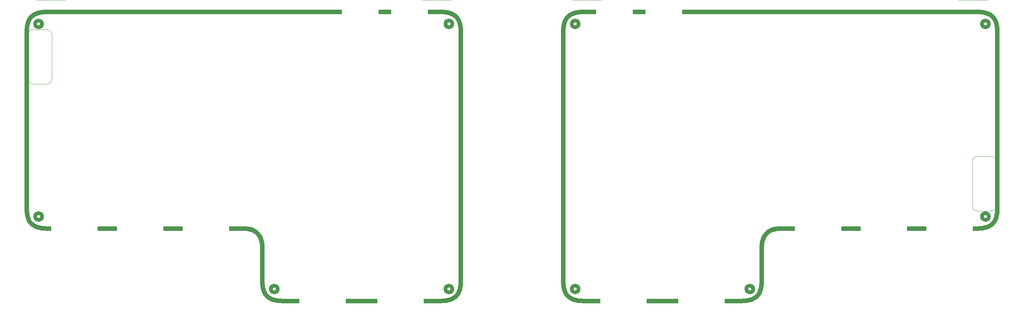
<source format=gto>
G04 #@! TF.GenerationSoftware,KiCad,Pcbnew,(6.0.11-0)*
G04 #@! TF.CreationDate,2023-02-19T21:32:44+08:00*
G04 #@! TF.ProjectId,3.1HeatingElement,332e3148-6561-4746-996e-67456c656d65,rev?*
G04 #@! TF.SameCoordinates,Original*
G04 #@! TF.FileFunction,Legend,Top*
G04 #@! TF.FilePolarity,Positive*
%FSLAX46Y46*%
G04 Gerber Fmt 4.6, Leading zero omitted, Abs format (unit mm)*
G04 Created by KiCad (PCBNEW (6.0.11-0)) date 2023-02-19 21:32:44*
%MOMM*%
%LPD*%
G01*
G04 APERTURE LIST*
G04 Aperture macros list*
%AMRoundRect*
0 Rectangle with rounded corners*
0 $1 Rounding radius*
0 $2 $3 $4 $5 $6 $7 $8 $9 X,Y pos of 4 corners*
0 Add a 4 corners polygon primitive as box body*
4,1,4,$2,$3,$4,$5,$6,$7,$8,$9,$2,$3,0*
0 Add four circle primitives for the rounded corners*
1,1,$1+$1,$2,$3*
1,1,$1+$1,$4,$5*
1,1,$1+$1,$6,$7*
1,1,$1+$1,$8,$9*
0 Add four rect primitives between the rounded corners*
20,1,$1+$1,$2,$3,$4,$5,0*
20,1,$1+$1,$4,$5,$6,$7,0*
20,1,$1+$1,$6,$7,$8,$9,0*
20,1,$1+$1,$8,$9,$2,$3,0*%
G04 Aperture macros list end*
%ADD10C,1.200000*%
%ADD11C,0.038100*%
%ADD12C,1.000000*%
%ADD13C,0.030000*%
%ADD14C,0.150000*%
%ADD15C,0.500000*%
%ADD16RoundRect,0.600000X-3.900000X2.400000X-3.900000X-2.400000X3.900000X-2.400000X3.900000X2.400000X0*%
%ADD17C,3.000000*%
G04 APERTURE END LIST*
D10*
X162237053Y-62305711D02*
X162000000Y-62728671D01*
D11*
X217069287Y-118170326D02*
X217029899Y-118180106D01*
X216990718Y-118190120D01*
X216951745Y-118200369D01*
X216912980Y-118210853D01*
X216874423Y-118221572D01*
X216836074Y-118232526D01*
X216797933Y-118243716D01*
X216760000Y-118255142D01*
X216722275Y-118266805D01*
X216684759Y-118278704D01*
X216659864Y-118286769D01*
D10*
X131833002Y-136075510D02*
X132157579Y-135949856D01*
X81623244Y-119326457D02*
X81716620Y-119478193D01*
X211222508Y-135949869D02*
X211351550Y-135892768D01*
X161531224Y-132483181D02*
X161633635Y-133043586D01*
X274748438Y-62305712D02*
X274476057Y-61922386D01*
X77377831Y-117399986D02*
X77506920Y-117399986D01*
X81886006Y-119806932D02*
X82001040Y-120079774D01*
X274165386Y-116248473D02*
X274216382Y-116197622D01*
D12*
X211380219Y-133300002D02*
G75*
G03*
X211380219Y-133300002I-900000J0D01*
G01*
D10*
X134487301Y-132396903D02*
X134498793Y-132302299D01*
X163298485Y-135655721D02*
X163721432Y-135892771D01*
X213563721Y-132302336D02*
X213608811Y-131796987D01*
X78602189Y-117488125D02*
X78839446Y-117532319D01*
X274070348Y-61516678D02*
X273687008Y-61244285D01*
X212199081Y-135346512D02*
X212252901Y-135298451D01*
X216310007Y-117776791D02*
X216467070Y-117718313D01*
X273687008Y-61244285D02*
X273264048Y-61007232D01*
X86430936Y-136372016D02*
X86525504Y-136383503D01*
X21667721Y-61776306D02*
X21616882Y-61827299D01*
X133362892Y-135123661D02*
X133413719Y-135072686D01*
X161442770Y-65858498D02*
X161442769Y-84353000D01*
X83172118Y-134594275D02*
X83444517Y-134977621D01*
X161790929Y-133639901D02*
X161817253Y-133717766D01*
X275351853Y-113993589D02*
X275454269Y-113433193D01*
X23871751Y-117209129D02*
X24432156Y-117311540D01*
X82377831Y-122270897D02*
X82377831Y-122399986D01*
X82935065Y-134171310D02*
X83172118Y-134594275D01*
X133362892Y-61776312D02*
X133301015Y-61714251D01*
X161942893Y-134042291D02*
X161999994Y-134171327D01*
X162594320Y-61827314D02*
X162546275Y-61881124D01*
X82245498Y-120938371D02*
X82289692Y-121175628D01*
X164321040Y-136124896D02*
X164849192Y-136259137D01*
X133413730Y-61827300D02*
X133362892Y-61776312D01*
G36*
X208238266Y-137050000D02*
G01*
X203909267Y-137050000D01*
X203909267Y-135850000D01*
X208238266Y-135850000D01*
X208238266Y-137050000D01*
G37*
G36*
X61491286Y-116799986D02*
G01*
X56413285Y-116799986D01*
X56413285Y-117999986D01*
X61491286Y-117999986D01*
X61491286Y-116799986D01*
G37*
G36*
X103283236Y-59849986D02*
G01*
X25857284Y-59849986D01*
X25857284Y-61049986D01*
X103283236Y-61049986D01*
X103283236Y-59849986D01*
G37*
X275168241Y-63182262D02*
X275042594Y-62857713D01*
X162873898Y-61553502D02*
X162820084Y-61601550D01*
X213552237Y-132396937D02*
X213563721Y-132302336D01*
X162237048Y-134594289D02*
X162509415Y-134977594D01*
X213630219Y-131041501D02*
X213630219Y-122400000D01*
X24613000Y-60516480D02*
X24518389Y-60527968D01*
X82877962Y-134042274D02*
X82935065Y-134171310D01*
X82349923Y-121680309D02*
X82363992Y-121857830D01*
X275521316Y-65103015D02*
X275476234Y-64597675D01*
X165409603Y-136361548D02*
X165495836Y-136372023D01*
X275454269Y-64416841D02*
X275351853Y-63856421D01*
X131158858Y-136259123D02*
X131687010Y-136124882D01*
X214192408Y-119658567D02*
X214291430Y-119478207D01*
X22743981Y-116842759D02*
X22873041Y-116899860D01*
X20656197Y-113993575D02*
X20790429Y-114521712D01*
X82377831Y-131041487D02*
X82399239Y-131796973D01*
X210751942Y-136124897D02*
X210820123Y-136101845D01*
D12*
X273292719Y-63600000D02*
G75*
G03*
X273292719Y-63600000I-900000J0D01*
G01*
D10*
X163850482Y-60950126D02*
X163721441Y-61007230D01*
X273264069Y-116842773D02*
X273686999Y-116605724D01*
X208221721Y-136450000D02*
X208977204Y-136428596D01*
X213948573Y-120236739D02*
X214007010Y-120079788D01*
X132709569Y-61244269D02*
X132286609Y-61007216D01*
X164849192Y-136259137D02*
X165409603Y-136361548D01*
X24518389Y-60527968D02*
X24432160Y-60538439D01*
X272732647Y-117051842D02*
X272810483Y-117025528D01*
X21616877Y-116022682D02*
X21667703Y-116073648D01*
X79970885Y-117891811D02*
X80119264Y-117962175D01*
X213630219Y-122400000D02*
X213630219Y-122270911D01*
X133498615Y-61922371D02*
X133461775Y-61881110D01*
X131686999Y-60775087D02*
X131158859Y-60640852D01*
X24518411Y-117322015D02*
X24613013Y-117333504D01*
X215130728Y-118463005D02*
X215336721Y-118304967D01*
G36*
X183084814Y-61050000D02*
G01*
X179724814Y-61050000D01*
X179724814Y-59850002D01*
X183084814Y-59850002D01*
X183084814Y-61050000D01*
G37*
X77919987Y-117413825D02*
X78097508Y-117427894D01*
X23275403Y-117051828D02*
X23343618Y-117074895D01*
G36*
X222316763Y-118000000D02*
G01*
X218687764Y-118000000D01*
X218687764Y-116800000D01*
X222316763Y-116800000D01*
X222316763Y-118000000D01*
G37*
X20965459Y-114992280D02*
X21022566Y-115121325D01*
G36*
X270050767Y-118000000D02*
G01*
X269072766Y-118000000D01*
X269072766Y-116800000D01*
X270050767Y-116800000D01*
X270050767Y-118000000D01*
G37*
X274439224Y-61881132D02*
X274391168Y-61827313D01*
X275476224Y-113252345D02*
X275521313Y-112746990D01*
X134217121Y-133639887D02*
X134240194Y-133571677D01*
X20553781Y-113433179D02*
X20656197Y-113993575D01*
G36*
X26935284Y-116799986D02*
G01*
X25957283Y-116799986D01*
X25957283Y-117999986D01*
X26935284Y-117999986D01*
X26935284Y-116799986D01*
G37*
X271575894Y-117311554D02*
X272136299Y-117209143D01*
X134498789Y-64597659D02*
X134487301Y-64503054D01*
X24432156Y-117311540D02*
X24518411Y-117322015D01*
X134543876Y-65103002D02*
X134498789Y-64597659D01*
X166095792Y-136428593D02*
X166851268Y-136450000D01*
X166851268Y-60450000D02*
X166095786Y-60471404D01*
X133301015Y-61714251D02*
X133238958Y-61652377D01*
G36*
X170084814Y-61050000D02*
G01*
X166850816Y-61050000D01*
X166850816Y-59850002D01*
X170084814Y-59850002D01*
X170084814Y-61050000D01*
G37*
X21937707Y-116333320D02*
X22321051Y-116605710D01*
X24613013Y-117333504D02*
X25118352Y-117378594D01*
X25873829Y-60449986D02*
X25118345Y-60471392D01*
D13*
X270223718Y-98449026D02*
G75*
G03*
X268973726Y-99699002I-18J-1249974D01*
G01*
D10*
X133770997Y-62305697D02*
X133498615Y-61922371D01*
X214007010Y-120079788D02*
X214122044Y-119806946D01*
X86344686Y-136361536D02*
X86430936Y-136372016D01*
X164252874Y-136101849D02*
X164321040Y-136124896D01*
X272810483Y-117025528D02*
X273135009Y-116899874D01*
X21937702Y-61516664D02*
X21896447Y-61553494D01*
X20839808Y-114667720D02*
X20965459Y-114992280D01*
X164175019Y-60824480D02*
X163850482Y-60950126D01*
X164252851Y-60798162D02*
X164175019Y-60824480D01*
X162769087Y-135247603D02*
X162820093Y-135298456D01*
X215006778Y-118574913D02*
X215130728Y-118463005D01*
X129912264Y-60471390D02*
X129156782Y-60449986D01*
X21022566Y-115121325D02*
X21259613Y-115544284D01*
X134565281Y-93496986D02*
X134565281Y-84352986D01*
X274216397Y-61652391D02*
X274165398Y-61601543D01*
X162546275Y-61881124D02*
X162509435Y-61922385D01*
X214535186Y-119106502D02*
X214693215Y-118900520D01*
X22873041Y-116899860D02*
X23197567Y-117025514D01*
X134476829Y-64416812D02*
X134374414Y-63856407D01*
X20839809Y-63182248D02*
X20813488Y-63260076D01*
X273135009Y-116899874D02*
X273264069Y-116842773D01*
X212427810Y-135123697D02*
X212478674Y-135072678D01*
X82001040Y-120079774D02*
X82059477Y-120236725D01*
D12*
X132307231Y-63599990D02*
G75*
G03*
X132307231Y-63599990I-900000J0D01*
G01*
D10*
X21791668Y-116197608D02*
X21842664Y-116248459D01*
X212365943Y-135185750D02*
X212427810Y-135123697D01*
X78427450Y-117463739D02*
X78602189Y-117488125D01*
X82191191Y-120699962D02*
X82245498Y-120938371D01*
X209482546Y-136383517D02*
X209577114Y-136372030D01*
X161999994Y-134171327D02*
X162237048Y-134594289D01*
X217910542Y-117427908D02*
X218088063Y-117413839D01*
X20656197Y-63856407D02*
X20553781Y-64416827D01*
X21022560Y-62728659D02*
X20965456Y-62857699D01*
X82752313Y-133717734D02*
X82877962Y-134042274D01*
X217168604Y-117532333D02*
X217405861Y-117488139D01*
X81102095Y-118675722D02*
X81203012Y-118776639D01*
X20486737Y-112746976D02*
X20531826Y-113252331D01*
X218088063Y-117413839D02*
X218156243Y-117410451D01*
X163721441Y-61007230D02*
X163298481Y-61244283D01*
X21616882Y-61827299D02*
X21568826Y-61881118D01*
X274985484Y-115121339D02*
X275042591Y-114992294D01*
G36*
X116283236Y-59849988D02*
G01*
X112923236Y-59849988D01*
X112923236Y-61049986D01*
X116283236Y-61049986D01*
X116283236Y-59849988D01*
G37*
X83529376Y-135072664D02*
X83580240Y-135123683D01*
X133134152Y-61553488D02*
X133092895Y-61516651D01*
X213282052Y-133639928D02*
X213305111Y-133571733D01*
X209577114Y-136372030D02*
X209663364Y-136361550D01*
X21667703Y-116073648D02*
X21729589Y-116135716D01*
X161633636Y-63856421D02*
X161531221Y-64416826D01*
X275454269Y-113433193D02*
X275464738Y-113346952D01*
X23871751Y-60640856D02*
X23343600Y-60775093D01*
X82146157Y-120519001D02*
X82191191Y-120699962D01*
X20543304Y-64503080D02*
X20531816Y-64597661D01*
X22321051Y-116605710D02*
X22743981Y-116842759D01*
X215336721Y-118304967D02*
X215488731Y-118199809D01*
X23197582Y-60824467D02*
X22873041Y-60950115D01*
X213072985Y-134171324D02*
X213130088Y-134042288D01*
X275168242Y-114667734D02*
X275194567Y-114589902D01*
X210223797Y-136259131D02*
X210751942Y-136124897D01*
X162915155Y-61516665D02*
X162873898Y-61553502D01*
X162707030Y-135185734D02*
X162769087Y-135247603D01*
X83755149Y-135298437D02*
X83808969Y-135346498D01*
X133771002Y-134594275D02*
X134008056Y-134171313D01*
X214805038Y-118776653D02*
X214905955Y-118675736D01*
X134374414Y-63856407D02*
X134240179Y-63328267D01*
X133461775Y-61881110D02*
X133413730Y-61827300D01*
G36*
X77320286Y-116799986D02*
G01*
X73691287Y-116799986D01*
X73691287Y-117999986D01*
X77320286Y-117999986D01*
X77320286Y-116799986D01*
G37*
X131687010Y-136124882D02*
X131755176Y-136101835D01*
G36*
X92098783Y-135849986D02*
G01*
X87769784Y-135849986D01*
X87769784Y-137049986D01*
X92098783Y-137049986D01*
X92098783Y-135849986D01*
G37*
X80119264Y-117962175D02*
X80299624Y-118061197D01*
X214430028Y-119258512D02*
X214535186Y-119106502D01*
X82314078Y-121350367D02*
X82349923Y-121680309D01*
X82725998Y-133639914D02*
X82752313Y-133717734D01*
X79540980Y-117718299D02*
X79698043Y-117776777D01*
G36*
X171180267Y-137050000D02*
G01*
X166851268Y-137050000D01*
X166851268Y-135850000D01*
X171180267Y-135850000D01*
X171180267Y-137050000D01*
G37*
X162707035Y-61714265D02*
X162645158Y-61776326D01*
X77506920Y-117399986D02*
X77851807Y-117410437D01*
X214693215Y-118900520D02*
X214805038Y-118776653D01*
X161817250Y-63182249D02*
X161790932Y-63260081D01*
X275042594Y-62857713D02*
X274985490Y-62728673D01*
X272136299Y-117209143D02*
X272664432Y-117074909D01*
X131755199Y-60798148D02*
X131686999Y-60775087D01*
X165590443Y-60516491D02*
X165495838Y-60527979D01*
X164321051Y-60775101D02*
X164252851Y-60798162D01*
X132286609Y-61007216D02*
X132157568Y-60950112D01*
X213630219Y-122270911D02*
X213640670Y-121926024D01*
D13*
X268973726Y-99699002D02*
X268973724Y-111524999D01*
D10*
X210820123Y-136101845D02*
X210897942Y-136075524D01*
X134543873Y-131796969D02*
X134565281Y-131041487D01*
X271395037Y-117333518D02*
X271489639Y-117322029D01*
X134565281Y-131041487D02*
X134565281Y-93496986D01*
X273135009Y-60950129D02*
X272810468Y-60824481D01*
X20486734Y-65103001D02*
X20465331Y-65858483D01*
X25118345Y-60471392D02*
X24613000Y-60516480D01*
X78097508Y-117427894D02*
X78427450Y-117463739D01*
X130512214Y-136372009D02*
X130598447Y-136361534D01*
X274278465Y-61714274D02*
X274216397Y-61652391D01*
X81001272Y-118574899D02*
X81102095Y-118675722D01*
X213255737Y-133717748D02*
X213282052Y-133639928D01*
D13*
X27049184Y-66325017D02*
G75*
G03*
X25799233Y-65075016I-1250084J-83D01*
G01*
G36*
X129149184Y-59850002D02*
G01*
X125915186Y-59850002D01*
X125915186Y-61050000D01*
X129149184Y-61050000D01*
X129149184Y-59850002D01*
G37*
D10*
X132157568Y-60950112D02*
X131833031Y-60824466D01*
X82289692Y-121175628D02*
X82314078Y-121350367D01*
X21842664Y-116248459D02*
X21896461Y-116296495D01*
X82367380Y-121926010D02*
X82377831Y-122270897D01*
X165409596Y-60538451D02*
X164849191Y-60640866D01*
D13*
X268973800Y-111524999D02*
G75*
G03*
X270223727Y-112775000I1250100J99D01*
G01*
X270223727Y-112775000D02*
X273892718Y-112774999D01*
D10*
X134487301Y-64503054D02*
X134476829Y-64416812D01*
D13*
X25799242Y-79401014D02*
G75*
G03*
X27049234Y-78151014I8J1249984D01*
G01*
D10*
X211351550Y-135892768D02*
X211774507Y-135655718D01*
X215708426Y-118061211D02*
X215888786Y-117962189D01*
X215488731Y-118199809D02*
X215556690Y-118154587D01*
X214384806Y-119326471D02*
X214430028Y-119258512D01*
X21842652Y-61601529D02*
X21791653Y-61652377D01*
X23275407Y-60798150D02*
X23197582Y-60824467D01*
X21568850Y-115968881D02*
X21616877Y-116022682D01*
X272136299Y-60640870D02*
X271575890Y-60538453D01*
X161520749Y-132396917D02*
X161531224Y-132483181D01*
X81472864Y-119106488D02*
X81578022Y-119258498D01*
D12*
X165492762Y-133300001D02*
G75*
G03*
X165492762Y-133300001I-900000J0D01*
G01*
D10*
X20790429Y-114521712D02*
X20813483Y-114589888D01*
X133238963Y-135247589D02*
X133301020Y-135185720D01*
X82455813Y-132396923D02*
X82466286Y-132483145D01*
X274070343Y-116333334D02*
X274111589Y-116296509D01*
X77851807Y-117410437D02*
X77919987Y-117413825D01*
X213658127Y-121680323D02*
X213693972Y-121350381D01*
X161442769Y-84353000D02*
X161442769Y-93497000D01*
X133461776Y-135018855D02*
X133498635Y-134977580D01*
D13*
X20880237Y-66325019D02*
X20880235Y-78151014D01*
D10*
X270134226Y-117400000D02*
X270889698Y-117378608D01*
X79078008Y-117586661D02*
X79258495Y-117631677D01*
X161633635Y-133043586D02*
X161767856Y-133571691D01*
X20465331Y-111991488D02*
X20486737Y-112746976D01*
G36*
X256872765Y-118000000D02*
G01*
X251794764Y-118000000D01*
X251794764Y-116800000D01*
X256872765Y-116800000D01*
X256872765Y-118000000D01*
G37*
X134240179Y-63328267D02*
X134217118Y-63260067D01*
X83580240Y-135123683D02*
X83642107Y-135185736D01*
X161531221Y-64416826D02*
X161520749Y-64503068D01*
X274748437Y-115544298D02*
X274985484Y-115121339D01*
X21568826Y-61881118D02*
X21531993Y-61922372D01*
X274985490Y-62728673D02*
X274748438Y-62305712D01*
X78839446Y-117532319D02*
X79078008Y-117586661D01*
X274340347Y-116073662D02*
X274391173Y-116022696D01*
X275217618Y-63328279D02*
X275194562Y-63260090D01*
X81314835Y-118900506D02*
X81472864Y-119106488D01*
X21729589Y-116135716D02*
X21791668Y-116197608D01*
X132286618Y-135892757D02*
X132709565Y-135655707D01*
X133134157Y-135346483D02*
X133187957Y-135298442D01*
X162873893Y-135346497D02*
X162915142Y-135383322D01*
X161767871Y-63328281D02*
X161633636Y-63856421D01*
X133301020Y-135185720D02*
X133362892Y-135123661D01*
X83850215Y-135383323D02*
X84233543Y-135655704D01*
X213305111Y-133571733D02*
X213439345Y-133043580D01*
X130598454Y-60538437D02*
X130512212Y-60527965D01*
X83704140Y-135247587D02*
X83755149Y-135298437D01*
X270889698Y-117378608D02*
X271395037Y-117333518D01*
X273686999Y-116605724D02*
X274070343Y-116333334D01*
X82702939Y-133571719D02*
X82725998Y-133639914D01*
X22873041Y-60950115D02*
X22744002Y-61007218D01*
G36*
X112627782Y-135849986D02*
G01*
X104298783Y-135849986D01*
X104298783Y-137049986D01*
X112627782Y-137049986D01*
X112627782Y-135849986D01*
G37*
X80519319Y-118199795D02*
X80671329Y-118304953D01*
D12*
X86419781Y-133300002D02*
G75*
G03*
X86419781Y-133300002I-900000J0D01*
G01*
D10*
X164175048Y-136075524D02*
X164252874Y-136101849D01*
X23343600Y-60775093D02*
X23275407Y-60798150D01*
X213861893Y-120519015D02*
X213948573Y-120236739D01*
X162820093Y-135298456D02*
X162873893Y-135346497D01*
X275351853Y-63856421D02*
X275217618Y-63328279D01*
X134065157Y-134042277D02*
X134190797Y-133717752D01*
X217405861Y-117488139D02*
X217580600Y-117463753D01*
X21259612Y-62305698D02*
X21022560Y-62728659D01*
X214905955Y-118675736D02*
X215006778Y-118574913D01*
X161790932Y-63260081D02*
X161767871Y-63328281D01*
X129156782Y-136449986D02*
X129912258Y-136428579D01*
X134217118Y-63260067D02*
X134190800Y-63182235D01*
X163298481Y-61244283D02*
X162915155Y-61516665D01*
X131158859Y-60640852D02*
X130598454Y-60538437D01*
X130598447Y-136361534D02*
X131158858Y-136259123D01*
X132709565Y-135655707D02*
X133092908Y-135383308D01*
D12*
X24507281Y-114250002D02*
G75*
G03*
X24507281Y-114250002I-900000J0D01*
G01*
D10*
X275194562Y-63260090D02*
X275168241Y-63182262D01*
X212563533Y-134977635D02*
X212835932Y-134594289D01*
X79258495Y-117631677D02*
X79540980Y-117718299D01*
X20531826Y-113252331D02*
X20543312Y-113346938D01*
X161464177Y-131796983D02*
X161509257Y-132302313D01*
X162915142Y-135383322D02*
X163298485Y-135655721D01*
D13*
X22130240Y-79401015D02*
X25799242Y-79401013D01*
D10*
X274391168Y-61827313D02*
X274340329Y-61776320D01*
X272664450Y-60775107D02*
X272136299Y-60640870D01*
X134565281Y-84352986D02*
X134565280Y-65858484D01*
X21531994Y-115927605D02*
X21568850Y-115968881D01*
D13*
X27049234Y-78151014D02*
X27049236Y-66325017D01*
D10*
X274340329Y-61776320D02*
X274278465Y-61714274D01*
X133498635Y-134977580D02*
X133771002Y-134594275D01*
X162594331Y-135072700D02*
X162645158Y-135123675D01*
X212303910Y-135247601D02*
X212365943Y-135185750D01*
X134065154Y-62857698D02*
X134008050Y-62728657D01*
X85784253Y-136259117D02*
X86344686Y-136361536D01*
D12*
X24507281Y-63600000D02*
G75*
G03*
X24507281Y-63600000I-900000J0D01*
G01*
D10*
X82363992Y-121857830D02*
X82367380Y-121926010D01*
X130512212Y-60527965D02*
X130417607Y-60516477D01*
X274391173Y-116022696D02*
X274439200Y-115968895D01*
X274216382Y-116197622D02*
X274278461Y-116135730D01*
X134190800Y-63182235D02*
X134065154Y-62857698D01*
X161767856Y-133571691D02*
X161790929Y-133639901D01*
X216037165Y-117891825D02*
X216310007Y-117776791D01*
X20543312Y-113346938D02*
X20553781Y-113433179D01*
X216930042Y-117586675D02*
X217168604Y-117532333D01*
X87030846Y-136428582D02*
X87786329Y-136449986D01*
X272810468Y-60824481D02*
X272732643Y-60798164D01*
X271575890Y-60538453D02*
X271489661Y-60527982D01*
X275464738Y-113346952D02*
X275476224Y-113252345D01*
D12*
X132307238Y-133300001D02*
G75*
G03*
X132307238Y-133300001I-900000J0D01*
G01*
D10*
X162509435Y-61922385D02*
X162237053Y-62305711D01*
X274476057Y-61922386D02*
X274439224Y-61881132D01*
X213718358Y-121175642D02*
X213762552Y-120938385D01*
X21259613Y-115544284D02*
X21531994Y-115927605D01*
X82399239Y-131796973D02*
X82444329Y-132302322D01*
X211774507Y-135655718D02*
X212157835Y-135383337D01*
G36*
X270150766Y-61050000D02*
G01*
X192724814Y-61050000D01*
X192724814Y-59850000D01*
X270150766Y-59850000D01*
X270150766Y-61050000D01*
G37*
X20553781Y-64416827D02*
X20543304Y-64503080D01*
X84785542Y-135949855D02*
X85110108Y-136075510D01*
X214291430Y-119478207D02*
X214384806Y-119326471D01*
X162645158Y-135123675D02*
X162707030Y-135185734D01*
X134008050Y-62728657D02*
X133770997Y-62305697D01*
X81815642Y-119658553D02*
X81886006Y-119806932D01*
X133238958Y-61652377D02*
X133187966Y-61601536D01*
X20965456Y-62857699D02*
X20839809Y-63182248D01*
X131755176Y-136101835D02*
X131833002Y-136075510D01*
X213541764Y-132483159D02*
X213552237Y-132396937D01*
X161509261Y-64597673D02*
X161464174Y-65103016D01*
X161520749Y-64503068D02*
X161509261Y-64597673D01*
X274111589Y-116296509D02*
X274165386Y-116248473D01*
X161442769Y-131041501D02*
X161464177Y-131796983D01*
X274111603Y-61553508D02*
X274070348Y-61516678D01*
X215556690Y-118154587D02*
X215708426Y-118061211D01*
X275042591Y-114992294D02*
X275168242Y-114667734D01*
X162769092Y-61652391D02*
X162707035Y-61714265D01*
X275542719Y-65858497D02*
X275521316Y-65103015D01*
X275217621Y-114521726D02*
X275351853Y-113993589D01*
X161464174Y-65103016D02*
X161442770Y-65858498D01*
X80671329Y-118304953D02*
X80877322Y-118462991D01*
X216467070Y-117718313D02*
X216749555Y-117631691D01*
X161942896Y-62857712D02*
X161817250Y-63182249D01*
X80877322Y-118462991D02*
X81001272Y-118574899D01*
X275476234Y-64597675D02*
X275464746Y-64503094D01*
X21896447Y-61553494D02*
X21842652Y-61601529D01*
X208977204Y-136428596D02*
X209482546Y-136383517D01*
X161817253Y-133717766D02*
X161942893Y-134042291D01*
X162645158Y-61776326D02*
X162594320Y-61827314D01*
X134565280Y-65858484D02*
X134543876Y-65103002D01*
X212478674Y-135072678D02*
X212526708Y-135018886D01*
X82377831Y-122399986D02*
X82377831Y-131041487D01*
D13*
X273892718Y-112775023D02*
G75*
G03*
X275142723Y-111524997I-18J1250023D01*
G01*
D10*
X134476826Y-132483167D02*
X134487301Y-132396903D01*
X23343618Y-117074895D02*
X23871751Y-117209129D01*
D13*
X275142723Y-111524997D02*
X275142725Y-99699002D01*
D10*
X274278461Y-116135730D02*
X274340347Y-116073662D01*
X21531993Y-61922372D02*
X21259612Y-62305698D01*
X162546274Y-135018869D02*
X162594331Y-135072700D01*
X213130088Y-134042288D02*
X213255737Y-133717748D01*
X165495836Y-136372023D02*
X165590425Y-136383503D01*
X80451360Y-118154573D02*
X80519319Y-118199795D01*
X134240194Y-133571677D02*
X134374415Y-133043572D01*
X134008056Y-134171313D02*
X134065157Y-134042277D01*
X275464746Y-64503094D02*
X275454269Y-64416841D01*
X85256108Y-136124883D02*
X85784253Y-136259117D01*
X22744002Y-61007218D02*
X22321042Y-61244271D01*
X82466286Y-132483145D02*
X82568705Y-133043566D01*
X81578022Y-119258498D02*
X81623244Y-119326457D01*
X82568705Y-133043566D02*
X82702939Y-133571719D01*
X25118352Y-117378594D02*
X25873824Y-117399986D01*
X165590425Y-136383503D02*
X166095792Y-136428593D01*
X164849191Y-60640866D02*
X164321051Y-60775101D01*
X21896461Y-116296495D02*
X21937707Y-116333320D01*
X86525504Y-136383503D02*
X87030846Y-136428582D01*
X272732643Y-60798164D02*
X272664450Y-60775107D01*
X212252901Y-135298451D02*
X212303910Y-135247601D01*
X23197567Y-117025514D02*
X23275403Y-117051828D01*
X271489639Y-117322029D02*
X271575894Y-117311554D01*
X163721432Y-135892771D02*
X163850471Y-135949870D01*
X210897942Y-136075524D02*
X211222508Y-135949869D01*
X20531816Y-64597661D02*
X20486734Y-65103001D01*
X161509257Y-132302313D02*
X161520749Y-132396917D01*
X133092895Y-61516651D02*
X132709569Y-61244269D01*
X213762552Y-120938385D02*
X213816859Y-120699976D01*
X218156243Y-117410451D02*
X218501130Y-117400000D01*
X134374415Y-133043572D02*
X134476826Y-132483167D01*
X134190797Y-133717752D02*
X134217121Y-133639887D01*
X212157835Y-135383337D02*
X212199081Y-135346512D01*
X163850471Y-135949870D02*
X164175048Y-136075524D01*
X24432160Y-60538439D02*
X23871751Y-60640856D01*
X133413719Y-135072686D02*
X133461776Y-135018855D01*
D13*
X273892720Y-98449001D02*
X270223718Y-98449003D01*
D10*
X270889705Y-60471406D02*
X270134221Y-60450000D01*
X20813483Y-114589888D02*
X20839808Y-114667720D01*
X271489661Y-60527982D02*
X271395050Y-60516494D01*
X162820084Y-61601550D02*
X162769092Y-61652391D01*
D12*
X165492769Y-63599990D02*
G75*
G03*
X165492769Y-63599990I-900000J0D01*
G01*
D10*
X133187966Y-61601536D02*
X133134152Y-61553488D01*
X80299624Y-118061197D02*
X80451360Y-118154573D01*
X81203012Y-118776639D02*
X81314835Y-118900506D01*
X20790432Y-63328265D02*
X20656197Y-63856407D01*
X209663364Y-136361550D02*
X210223797Y-136259131D01*
G36*
X191709267Y-137050000D02*
G01*
X183380268Y-137050000D01*
X183380268Y-135850000D01*
X191709267Y-135850000D01*
X191709267Y-137050000D01*
G37*
X275194567Y-114589902D02*
X275217621Y-114521726D01*
X85110108Y-136075510D02*
X85187927Y-136101831D01*
X213644058Y-121857844D02*
X213658127Y-121680323D01*
X22321042Y-61244271D02*
X21937702Y-61516664D01*
D13*
X275142699Y-99699002D02*
G75*
G03*
X273892720Y-98449001I-1249899J102D01*
G01*
D10*
X21729585Y-61714260D02*
X21667721Y-61776306D01*
D12*
X273292719Y-114250002D02*
G75*
G03*
X273292719Y-114250002I-900000J0D01*
G01*
G36*
X44213286Y-116799986D02*
G01*
X39135285Y-116799986D01*
X39135285Y-117999986D01*
X44213286Y-117999986D01*
X44213286Y-116799986D01*
G37*
D10*
X133187957Y-135298442D02*
X133238963Y-135247589D01*
X274476056Y-115927619D02*
X274748437Y-115544298D01*
X84233543Y-135655704D02*
X84656500Y-135892754D01*
X134498793Y-132302299D02*
X134543873Y-131796969D01*
X83444517Y-134977621D02*
X83481342Y-135018872D01*
X213693972Y-121350381D02*
X213718358Y-121175642D01*
X213439345Y-133043580D02*
X213541764Y-132483159D01*
X213608811Y-131796987D02*
X213630219Y-131041501D01*
D13*
X25799233Y-65075016D02*
X22130242Y-65075017D01*
D11*
X78938763Y-118170312D02*
X78978150Y-118180092D01*
X79017331Y-118190106D01*
X79056304Y-118200355D01*
X79095069Y-118210839D01*
X79133626Y-118221558D01*
X79171975Y-118232512D01*
X79210116Y-118243702D01*
X79248049Y-118255128D01*
X79285774Y-118266791D01*
X79323290Y-118278690D01*
X79348186Y-118286755D01*
D10*
X79698043Y-117776777D02*
X79970885Y-117891811D01*
X275542719Y-111991502D02*
X275542719Y-65858497D01*
X165495838Y-60527979D02*
X165409596Y-60538451D01*
X274439200Y-115968895D02*
X274476056Y-115927619D01*
X162509415Y-134977594D02*
X162546274Y-135018869D01*
X162000000Y-62728671D02*
X161942896Y-62857712D01*
X132157579Y-135949856D02*
X132286618Y-135892757D01*
X275521313Y-112746990D02*
X275542719Y-111991502D01*
X213640670Y-121926024D02*
X213644058Y-121857844D01*
D13*
X22130242Y-65075017D02*
G75*
G03*
X20880237Y-66325019I8J-1250013D01*
G01*
D10*
X83642107Y-135185736D02*
X83704140Y-135247587D01*
D13*
X20880185Y-78151014D02*
G75*
G03*
X22130240Y-79401015I1249915J-86D01*
G01*
D10*
X218501130Y-117400000D02*
X218630219Y-117400000D01*
X161442769Y-93497000D02*
X161442769Y-131041501D01*
X131833031Y-60824466D02*
X131755199Y-60798148D01*
G36*
X239594765Y-118000000D02*
G01*
X234516764Y-118000000D01*
X234516764Y-116800000D01*
X239594765Y-116800000D01*
X239594765Y-118000000D01*
G37*
X83481342Y-135018872D02*
X83529376Y-135072664D01*
X129912258Y-136428579D02*
X130417625Y-136383489D01*
X216749555Y-117631691D02*
X216930042Y-117586675D01*
X130417625Y-136383489D02*
X130512214Y-136372009D01*
X273264048Y-61007232D02*
X273135009Y-60950129D01*
G36*
X129156782Y-135849986D02*
G01*
X124827783Y-135849986D01*
X124827783Y-137049986D01*
X129156782Y-137049986D01*
X129156782Y-135849986D01*
G37*
X212835932Y-134594289D02*
X213072985Y-134171324D01*
X133092908Y-135383308D02*
X133134157Y-135346483D01*
X81716620Y-119478193D02*
X81815642Y-119658553D01*
X217580600Y-117463753D02*
X217910542Y-117427908D01*
X82444329Y-132302322D02*
X82455813Y-132396923D01*
X212526708Y-135018886D02*
X212563533Y-134977635D01*
X272664432Y-117074909D02*
X272732647Y-117051842D01*
X83808969Y-135346498D02*
X83850215Y-135383323D01*
X271395050Y-60516494D02*
X270889705Y-60471406D01*
X213816859Y-120699976D02*
X213861893Y-120519015D01*
X274165398Y-61601543D02*
X274111603Y-61553508D01*
X20813488Y-63260076D02*
X20790432Y-63328265D01*
X166095786Y-60471404D02*
X165590443Y-60516491D01*
X85187927Y-136101831D02*
X85256108Y-136124883D01*
X20465331Y-65858483D02*
X20465331Y-111991488D01*
X214122044Y-119806946D02*
X214192408Y-119658567D01*
X21791653Y-61652377D02*
X21729585Y-61714260D01*
X130417607Y-60516477D02*
X129912264Y-60471390D01*
X215888786Y-117962189D02*
X216037165Y-117891825D01*
X82059477Y-120236725D02*
X82146157Y-120519001D01*
X84656500Y-135892754D02*
X84785542Y-135949855D01*
D14*
%LPC*%
D15*
X147025000Y-79000000D03*
X148975000Y-77400000D03*
X147025000Y-112000000D03*
X147025000Y-113600000D03*
X148975000Y-80600000D03*
X148975000Y-126350000D03*
D16*
X128200000Y-54400000D03*
D15*
X148975000Y-114400000D03*
X147025000Y-111200000D03*
X148975000Y-127150000D03*
D17*
X14000000Y-143000000D03*
X141000000Y-53000000D03*
D15*
X147025000Y-127950000D03*
X147025000Y-127150000D03*
X148975000Y-115200000D03*
X148975000Y-74200000D03*
X147025000Y-114400000D03*
X147025000Y-73400000D03*
X148975000Y-127950000D03*
X148975000Y-68650000D03*
X148975000Y-123950000D03*
X148975000Y-78200000D03*
X147025000Y-118350000D03*
X148975000Y-115950000D03*
X147025000Y-81400000D03*
X147025000Y-78200000D03*
X148975000Y-73400000D03*
D16*
X167800000Y-54400000D03*
D15*
X147025000Y-83000000D03*
X147025000Y-79800000D03*
X147025000Y-70250000D03*
X147025000Y-71050000D03*
X147025000Y-122350000D03*
X147025000Y-120750000D03*
D17*
X14000000Y-53000000D03*
D15*
X147025000Y-115950000D03*
X147025000Y-119950000D03*
X147025000Y-124750000D03*
X148975000Y-75800000D03*
X147025000Y-83800000D03*
X148975000Y-119950000D03*
X148975000Y-67850000D03*
X148975000Y-112800000D03*
D17*
X155000000Y-143000000D03*
D15*
X147025000Y-75800000D03*
X148975000Y-76600000D03*
X147025000Y-71850000D03*
X148975000Y-118350000D03*
X147025000Y-80600000D03*
X147025000Y-74200000D03*
X147025000Y-68650000D03*
X147025000Y-115200000D03*
X148975000Y-75000000D03*
X147025000Y-69450000D03*
X148975000Y-84600000D03*
X147025000Y-121550000D03*
X148975000Y-111200000D03*
X148975000Y-121550000D03*
X148975000Y-117550000D03*
X148975000Y-119150000D03*
X148975000Y-116750000D03*
X148975000Y-120750000D03*
X147025000Y-117550000D03*
X148975000Y-83800000D03*
X147025000Y-116750000D03*
D17*
X141000000Y-143000000D03*
D15*
X148975000Y-113600000D03*
X147025000Y-72600000D03*
X148975000Y-124750000D03*
X147025000Y-76600000D03*
X147025000Y-67850000D03*
X147025000Y-126350000D03*
X148975000Y-122350000D03*
X148975000Y-125550000D03*
D17*
X282000000Y-143000000D03*
D15*
X148975000Y-82200000D03*
X148975000Y-72600000D03*
D16*
X26800000Y-54400000D03*
D15*
X147025000Y-123950000D03*
X147025000Y-84600000D03*
X148975000Y-83000000D03*
X147025000Y-112800000D03*
X147025000Y-75000000D03*
X148975000Y-69450000D03*
X147025000Y-77400000D03*
X148975000Y-79800000D03*
D16*
X269200000Y-54400000D03*
D15*
X148975000Y-70250000D03*
X147025000Y-119150000D03*
X147025000Y-82200000D03*
D17*
X282000000Y-53000000D03*
D15*
X147025000Y-123150000D03*
D17*
X155000000Y-53000000D03*
D15*
X147025000Y-125550000D03*
X148975000Y-81400000D03*
X148975000Y-112000000D03*
X148975000Y-79000000D03*
X148975000Y-123150000D03*
X148975000Y-71050000D03*
X148975000Y-71850000D03*
M02*

</source>
